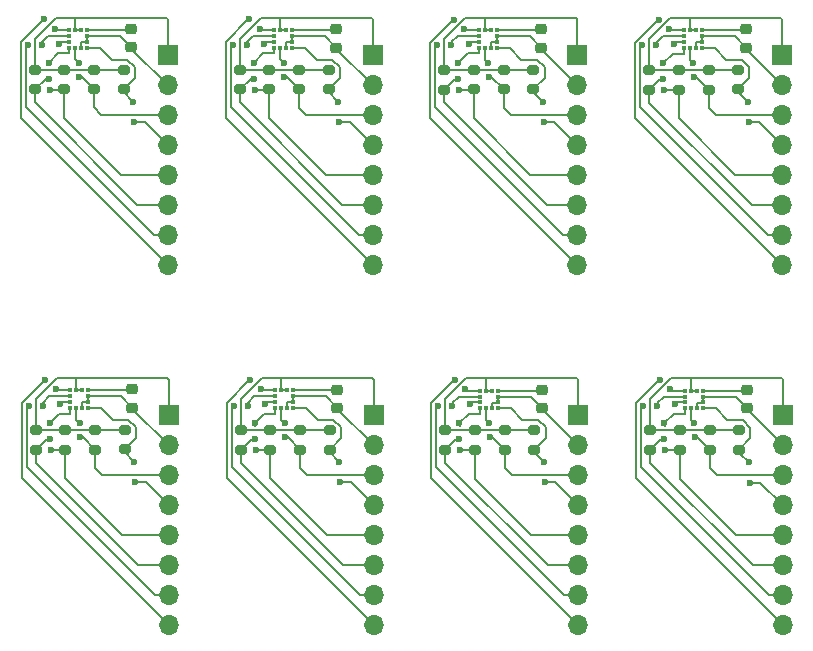
<source format=gbr>
%TF.GenerationSoftware,KiCad,Pcbnew,8.0.5*%
%TF.CreationDate,2024-10-22T20:22:57-07:00*%
%TF.ProjectId,door3_panel,646f6f72-335f-4706-916e-656c2e6b6963,rev?*%
%TF.SameCoordinates,Original*%
%TF.FileFunction,Copper,L1,Top*%
%TF.FilePolarity,Positive*%
%FSLAX46Y46*%
G04 Gerber Fmt 4.6, Leading zero omitted, Abs format (unit mm)*
G04 Created by KiCad (PCBNEW 8.0.5) date 2024-10-22 20:22:57*
%MOMM*%
%LPD*%
G01*
G04 APERTURE LIST*
G04 Aperture macros list*
%AMRoundRect*
0 Rectangle with rounded corners*
0 $1 Rounding radius*
0 $2 $3 $4 $5 $6 $7 $8 $9 X,Y pos of 4 corners*
0 Add a 4 corners polygon primitive as box body*
4,1,4,$2,$3,$4,$5,$6,$7,$8,$9,$2,$3,0*
0 Add four circle primitives for the rounded corners*
1,1,$1+$1,$2,$3*
1,1,$1+$1,$4,$5*
1,1,$1+$1,$6,$7*
1,1,$1+$1,$8,$9*
0 Add four rect primitives between the rounded corners*
20,1,$1+$1,$2,$3,$4,$5,0*
20,1,$1+$1,$4,$5,$6,$7,0*
20,1,$1+$1,$6,$7,$8,$9,0*
20,1,$1+$1,$8,$9,$2,$3,0*%
G04 Aperture macros list end*
%TA.AperFunction,SMDPad,CuDef*%
%ADD10RoundRect,0.200000X-0.275000X0.200000X-0.275000X-0.200000X0.275000X-0.200000X0.275000X0.200000X0*%
%TD*%
%TA.AperFunction,SMDPad,CuDef*%
%ADD11RoundRect,0.225000X-0.250000X0.225000X-0.250000X-0.225000X0.250000X-0.225000X0.250000X0.225000X0*%
%TD*%
%TA.AperFunction,SMDPad,CuDef*%
%ADD12R,0.376682X0.351536*%
%TD*%
%TA.AperFunction,SMDPad,CuDef*%
%ADD13R,0.351536X0.376682*%
%TD*%
%TA.AperFunction,ComponentPad*%
%ADD14R,1.700000X1.700000*%
%TD*%
%TA.AperFunction,ComponentPad*%
%ADD15O,1.700000X1.700000*%
%TD*%
%TA.AperFunction,ViaPad*%
%ADD16C,0.600000*%
%TD*%
%TA.AperFunction,Conductor*%
%ADD17C,0.200000*%
%TD*%
G04 APERTURE END LIST*
D10*
%TO.P,R4,1*%
%TO.N,VDD*%
X14574264Y-52914264D03*
%TO.P,R4,2*%
%TO.N,CS*%
X14574264Y-54564264D03*
%TD*%
D11*
%TO.P,C1,1*%
%TO.N,Net-(U1-C1)*%
X22764264Y-49464265D03*
%TO.P,C1,2*%
%TO.N,GND*%
X22764264Y-51014265D03*
%TD*%
D10*
%TO.P,R3,1*%
%TO.N,VDD*%
X17064264Y-52904265D03*
%TO.P,R3,2*%
%TO.N,SDO*%
X17064264Y-54554265D03*
%TD*%
D12*
%TO.P,U1,1,SCL/SPC*%
%TO.N,SCL*%
X19014264Y-51044265D03*
%TO.P,U1,2,RES*%
%TO.N,GND*%
X19014264Y-50544264D03*
%TO.P,U1,3,GND*%
X19014264Y-50044264D03*
%TO.P,U1,4,C1*%
%TO.N,Net-(U1-C1)*%
X19014264Y-49544263D03*
D13*
%TO.P,U1,5,VDD*%
%TO.N,VDD*%
X18514263Y-49544263D03*
%TO.P,U1,6,VDD_IO*%
X18014263Y-49544263D03*
D12*
%TO.P,U1,7,INT*%
%TO.N,INT*%
X17514262Y-49544263D03*
%TO.P,U1,8,DRDY*%
%TO.N,DRDY*%
X17514262Y-50044264D03*
%TO.P,U1,9,SDO/SA1*%
%TO.N,SDO*%
X17514262Y-50544264D03*
%TO.P,U1,10,CS*%
%TO.N,CS*%
X17514262Y-51044265D03*
D13*
%TO.P,U1,11,SDA/SDI/SDO*%
%TO.N,SDA*%
X18014263Y-51044265D03*
%TO.P,U1,12,RES*%
%TO.N,GND*%
X18514263Y-51044265D03*
%TD*%
D10*
%TO.P,R1,1*%
%TO.N,VDD*%
X19594264Y-52904265D03*
%TO.P,R1,2*%
%TO.N,SDA*%
X19594264Y-54554265D03*
%TD*%
%TO.P,R3,1*%
%TO.N,VDD*%
X69094264Y-52924265D03*
%TO.P,R3,2*%
%TO.N,SDO*%
X69094264Y-54574265D03*
%TD*%
%TO.P,R1,1*%
%TO.N,VDD*%
X54270000Y-52920000D03*
%TO.P,R1,2*%
%TO.N,SDA*%
X54270000Y-54570000D03*
%TD*%
%TO.P,R3,1*%
%TO.N,VDD*%
X51740000Y-52920000D03*
%TO.P,R3,2*%
%TO.N,SDO*%
X51740000Y-54570000D03*
%TD*%
D11*
%TO.P,C1,1*%
%TO.N,Net-(U1-C1)*%
X74794264Y-49484265D03*
%TO.P,C1,2*%
%TO.N,GND*%
X74794264Y-51034265D03*
%TD*%
%TO.P,C1,1*%
%TO.N,Net-(U1-C1)*%
X57440000Y-49480000D03*
%TO.P,C1,2*%
%TO.N,GND*%
X57440000Y-51030000D03*
%TD*%
D10*
%TO.P,R4,1*%
%TO.N,VDD*%
X49250000Y-52929999D03*
%TO.P,R4,2*%
%TO.N,CS*%
X49250000Y-54579999D03*
%TD*%
D12*
%TO.P,U1,1,SCL/SPC*%
%TO.N,SCL*%
X53690000Y-51060000D03*
%TO.P,U1,2,RES*%
%TO.N,GND*%
X53690000Y-50559999D03*
%TO.P,U1,3,GND*%
X53690000Y-50059999D03*
%TO.P,U1,4,C1*%
%TO.N,Net-(U1-C1)*%
X53690000Y-49559998D03*
D13*
%TO.P,U1,5,VDD*%
%TO.N,VDD*%
X53189999Y-49559998D03*
%TO.P,U1,6,VDD_IO*%
X52689999Y-49559998D03*
D12*
%TO.P,U1,7,INT*%
%TO.N,INT*%
X52189998Y-49559998D03*
%TO.P,U1,8,DRDY*%
%TO.N,DRDY*%
X52189998Y-50059999D03*
%TO.P,U1,9,SDO/SA1*%
%TO.N,SDO*%
X52189998Y-50559999D03*
%TO.P,U1,10,CS*%
%TO.N,CS*%
X52189998Y-51060000D03*
D13*
%TO.P,U1,11,SDA/SDI/SDO*%
%TO.N,SDA*%
X52689999Y-51060000D03*
%TO.P,U1,12,RES*%
%TO.N,GND*%
X53189999Y-51060000D03*
%TD*%
D10*
%TO.P,R2,1*%
%TO.N,VDD*%
X56780000Y-52910000D03*
%TO.P,R2,2*%
%TO.N,SCL*%
X56780000Y-54560000D03*
%TD*%
D12*
%TO.P,U1,1,SCL/SPC*%
%TO.N,SCL*%
X71044264Y-51064265D03*
%TO.P,U1,2,RES*%
%TO.N,GND*%
X71044264Y-50564264D03*
%TO.P,U1,3,GND*%
X71044264Y-50064264D03*
%TO.P,U1,4,C1*%
%TO.N,Net-(U1-C1)*%
X71044264Y-49564263D03*
D13*
%TO.P,U1,5,VDD*%
%TO.N,VDD*%
X70544263Y-49564263D03*
%TO.P,U1,6,VDD_IO*%
X70044263Y-49564263D03*
D12*
%TO.P,U1,7,INT*%
%TO.N,INT*%
X69544262Y-49564263D03*
%TO.P,U1,8,DRDY*%
%TO.N,DRDY*%
X69544262Y-50064264D03*
%TO.P,U1,9,SDO/SA1*%
%TO.N,SDO*%
X69544262Y-50564264D03*
%TO.P,U1,10,CS*%
%TO.N,CS*%
X69544262Y-51064265D03*
D13*
%TO.P,U1,11,SDA/SDI/SDO*%
%TO.N,SDA*%
X70044263Y-51064265D03*
%TO.P,U1,12,RES*%
%TO.N,GND*%
X70544263Y-51064265D03*
%TD*%
D14*
%TO.P,J1,1,Pin_1*%
%TO.N,VDD*%
X60520000Y-51660000D03*
D15*
%TO.P,J1,2,Pin_2*%
%TO.N,GND*%
X60520000Y-54200000D03*
%TO.P,J1,3,Pin_3*%
%TO.N,SDA*%
X60520000Y-56740000D03*
%TO.P,J1,4,Pin_4*%
%TO.N,SCL*%
X60520000Y-59280000D03*
%TO.P,J1,5,Pin_5*%
%TO.N,SDO*%
X60520000Y-61820000D03*
%TO.P,J1,6,Pin_6*%
%TO.N,CS*%
X60520000Y-64360000D03*
%TO.P,J1,7,Pin_7*%
%TO.N,DRDY*%
X60520000Y-66900000D03*
%TO.P,J1,8,Pin_8*%
%TO.N,INT*%
X60520000Y-69440000D03*
%TD*%
D11*
%TO.P,C1,1*%
%TO.N,Net-(U1-C1)*%
X40118528Y-49468530D03*
%TO.P,C1,2*%
%TO.N,GND*%
X40118528Y-51018530D03*
%TD*%
D10*
%TO.P,R3,1*%
%TO.N,VDD*%
X34418528Y-52908530D03*
%TO.P,R3,2*%
%TO.N,SDO*%
X34418528Y-54558530D03*
%TD*%
%TO.P,R2,1*%
%TO.N,VDD*%
X39458528Y-52898530D03*
%TO.P,R2,2*%
%TO.N,SCL*%
X39458528Y-54548530D03*
%TD*%
D14*
%TO.P,J1,1,Pin_1*%
%TO.N,VDD*%
X43198528Y-51648530D03*
D15*
%TO.P,J1,2,Pin_2*%
%TO.N,GND*%
X43198528Y-54188530D03*
%TO.P,J1,3,Pin_3*%
%TO.N,SDA*%
X43198528Y-56728530D03*
%TO.P,J1,4,Pin_4*%
%TO.N,SCL*%
X43198528Y-59268530D03*
%TO.P,J1,5,Pin_5*%
%TO.N,SDO*%
X43198528Y-61808530D03*
%TO.P,J1,6,Pin_6*%
%TO.N,CS*%
X43198528Y-64348530D03*
%TO.P,J1,7,Pin_7*%
%TO.N,DRDY*%
X43198528Y-66888530D03*
%TO.P,J1,8,Pin_8*%
%TO.N,INT*%
X43198528Y-69428530D03*
%TD*%
D10*
%TO.P,R1,1*%
%TO.N,VDD*%
X36948528Y-52908530D03*
%TO.P,R1,2*%
%TO.N,SDA*%
X36948528Y-54558530D03*
%TD*%
%TO.P,R4,1*%
%TO.N,VDD*%
X31928528Y-52918529D03*
%TO.P,R4,2*%
%TO.N,CS*%
X31928528Y-54568529D03*
%TD*%
D12*
%TO.P,U1,1,SCL/SPC*%
%TO.N,SCL*%
X36368528Y-51048530D03*
%TO.P,U1,2,RES*%
%TO.N,GND*%
X36368528Y-50548529D03*
%TO.P,U1,3,GND*%
X36368528Y-50048529D03*
%TO.P,U1,4,C1*%
%TO.N,Net-(U1-C1)*%
X36368528Y-49548528D03*
D13*
%TO.P,U1,5,VDD*%
%TO.N,VDD*%
X35868527Y-49548528D03*
%TO.P,U1,6,VDD_IO*%
X35368527Y-49548528D03*
D12*
%TO.P,U1,7,INT*%
%TO.N,INT*%
X34868526Y-49548528D03*
%TO.P,U1,8,DRDY*%
%TO.N,DRDY*%
X34868526Y-50048529D03*
%TO.P,U1,9,SDO/SA1*%
%TO.N,SDO*%
X34868526Y-50548529D03*
%TO.P,U1,10,CS*%
%TO.N,CS*%
X34868526Y-51048530D03*
D13*
%TO.P,U1,11,SDA/SDI/SDO*%
%TO.N,SDA*%
X35368527Y-51048530D03*
%TO.P,U1,12,RES*%
%TO.N,GND*%
X35868527Y-51048530D03*
%TD*%
D10*
%TO.P,R4,1*%
%TO.N,VDD*%
X66604264Y-52934264D03*
%TO.P,R4,2*%
%TO.N,CS*%
X66604264Y-54584264D03*
%TD*%
%TO.P,R1,1*%
%TO.N,VDD*%
X71624264Y-52924265D03*
%TO.P,R1,2*%
%TO.N,SDA*%
X71624264Y-54574265D03*
%TD*%
D14*
%TO.P,J1,1,Pin_1*%
%TO.N,VDD*%
X77874264Y-51664265D03*
D15*
%TO.P,J1,2,Pin_2*%
%TO.N,GND*%
X77874264Y-54204265D03*
%TO.P,J1,3,Pin_3*%
%TO.N,SDA*%
X77874264Y-56744265D03*
%TO.P,J1,4,Pin_4*%
%TO.N,SCL*%
X77874264Y-59284265D03*
%TO.P,J1,5,Pin_5*%
%TO.N,SDO*%
X77874264Y-61824265D03*
%TO.P,J1,6,Pin_6*%
%TO.N,CS*%
X77874264Y-64364265D03*
%TO.P,J1,7,Pin_7*%
%TO.N,DRDY*%
X77874264Y-66904265D03*
%TO.P,J1,8,Pin_8*%
%TO.N,INT*%
X77874264Y-69444265D03*
%TD*%
D10*
%TO.P,R2,1*%
%TO.N,VDD*%
X74134264Y-52914265D03*
%TO.P,R2,2*%
%TO.N,SCL*%
X74134264Y-54564265D03*
%TD*%
%TO.P,R2,1*%
%TO.N,VDD*%
X22104264Y-52894265D03*
%TO.P,R2,2*%
%TO.N,SCL*%
X22104264Y-54544265D03*
%TD*%
D14*
%TO.P,J1,1,Pin_1*%
%TO.N,VDD*%
X25844264Y-51644265D03*
D15*
%TO.P,J1,2,Pin_2*%
%TO.N,GND*%
X25844264Y-54184265D03*
%TO.P,J1,3,Pin_3*%
%TO.N,SDA*%
X25844264Y-56724265D03*
%TO.P,J1,4,Pin_4*%
%TO.N,SCL*%
X25844264Y-59264265D03*
%TO.P,J1,5,Pin_5*%
%TO.N,SDO*%
X25844264Y-61804265D03*
%TO.P,J1,6,Pin_6*%
%TO.N,CS*%
X25844264Y-64344265D03*
%TO.P,J1,7,Pin_7*%
%TO.N,DRDY*%
X25844264Y-66884265D03*
%TO.P,J1,8,Pin_8*%
%TO.N,INT*%
X25844264Y-69424265D03*
%TD*%
D10*
%TO.P,R4,2*%
%TO.N,CS*%
X49165736Y-24075734D03*
%TO.P,R4,1*%
%TO.N,VDD*%
X49165736Y-22425734D03*
%TD*%
D11*
%TO.P,C1,2*%
%TO.N,GND*%
X57355736Y-20525735D03*
%TO.P,C1,1*%
%TO.N,Net-(U1-C1)*%
X57355736Y-18975735D03*
%TD*%
D10*
%TO.P,R3,2*%
%TO.N,SDO*%
X51655736Y-24065735D03*
%TO.P,R3,1*%
%TO.N,VDD*%
X51655736Y-22415735D03*
%TD*%
D13*
%TO.P,U1,12,RES*%
%TO.N,GND*%
X53105735Y-20555735D03*
%TO.P,U1,11,SDA/SDI/SDO*%
%TO.N,SDA*%
X52605735Y-20555735D03*
D12*
%TO.P,U1,10,CS*%
%TO.N,CS*%
X52105734Y-20555735D03*
%TO.P,U1,9,SDO/SA1*%
%TO.N,SDO*%
X52105734Y-20055734D03*
%TO.P,U1,8,DRDY*%
%TO.N,DRDY*%
X52105734Y-19555734D03*
%TO.P,U1,7,INT*%
%TO.N,INT*%
X52105734Y-19055733D03*
D13*
%TO.P,U1,6,VDD_IO*%
%TO.N,VDD*%
X52605735Y-19055733D03*
%TO.P,U1,5,VDD*%
X53105735Y-19055733D03*
D12*
%TO.P,U1,4,C1*%
%TO.N,Net-(U1-C1)*%
X53605736Y-19055733D03*
%TO.P,U1,3,GND*%
%TO.N,GND*%
X53605736Y-19555734D03*
%TO.P,U1,2,RES*%
X53605736Y-20055734D03*
%TO.P,U1,1,SCL/SPC*%
%TO.N,SCL*%
X53605736Y-20555735D03*
%TD*%
D10*
%TO.P,R1,2*%
%TO.N,SDA*%
X54185736Y-24065735D03*
%TO.P,R1,1*%
%TO.N,VDD*%
X54185736Y-22415735D03*
%TD*%
D11*
%TO.P,C1,2*%
%TO.N,GND*%
X74710000Y-20530000D03*
%TO.P,C1,1*%
%TO.N,Net-(U1-C1)*%
X74710000Y-18980000D03*
%TD*%
D10*
%TO.P,R3,2*%
%TO.N,SDO*%
X69010000Y-24070000D03*
%TO.P,R3,1*%
%TO.N,VDD*%
X69010000Y-22420000D03*
%TD*%
%TO.P,R2,2*%
%TO.N,SCL*%
X74050000Y-24060000D03*
%TO.P,R2,1*%
%TO.N,VDD*%
X74050000Y-22410000D03*
%TD*%
D15*
%TO.P,J1,8,Pin_8*%
%TO.N,INT*%
X77790000Y-38940000D03*
%TO.P,J1,7,Pin_7*%
%TO.N,DRDY*%
X77790000Y-36400000D03*
%TO.P,J1,6,Pin_6*%
%TO.N,CS*%
X77790000Y-33860000D03*
%TO.P,J1,5,Pin_5*%
%TO.N,SDO*%
X77790000Y-31320000D03*
%TO.P,J1,4,Pin_4*%
%TO.N,SCL*%
X77790000Y-28780000D03*
%TO.P,J1,3,Pin_3*%
%TO.N,SDA*%
X77790000Y-26240000D03*
%TO.P,J1,2,Pin_2*%
%TO.N,GND*%
X77790000Y-23700000D03*
D14*
%TO.P,J1,1,Pin_1*%
%TO.N,VDD*%
X77790000Y-21160000D03*
%TD*%
D10*
%TO.P,R1,2*%
%TO.N,SDA*%
X71540000Y-24070000D03*
%TO.P,R1,1*%
%TO.N,VDD*%
X71540000Y-22420000D03*
%TD*%
%TO.P,R4,2*%
%TO.N,CS*%
X66520000Y-24079999D03*
%TO.P,R4,1*%
%TO.N,VDD*%
X66520000Y-22429999D03*
%TD*%
D13*
%TO.P,U1,12,RES*%
%TO.N,GND*%
X70459999Y-20560000D03*
%TO.P,U1,11,SDA/SDI/SDO*%
%TO.N,SDA*%
X69959999Y-20560000D03*
D12*
%TO.P,U1,10,CS*%
%TO.N,CS*%
X69459998Y-20560000D03*
%TO.P,U1,9,SDO/SA1*%
%TO.N,SDO*%
X69459998Y-20059999D03*
%TO.P,U1,8,DRDY*%
%TO.N,DRDY*%
X69459998Y-19559999D03*
%TO.P,U1,7,INT*%
%TO.N,INT*%
X69459998Y-19059998D03*
D13*
%TO.P,U1,6,VDD_IO*%
%TO.N,VDD*%
X69959999Y-19059998D03*
%TO.P,U1,5,VDD*%
X70459999Y-19059998D03*
D12*
%TO.P,U1,4,C1*%
%TO.N,Net-(U1-C1)*%
X70960000Y-19059998D03*
%TO.P,U1,3,GND*%
%TO.N,GND*%
X70960000Y-19559999D03*
%TO.P,U1,2,RES*%
X70960000Y-20059999D03*
%TO.P,U1,1,SCL/SPC*%
%TO.N,SCL*%
X70960000Y-20560000D03*
%TD*%
D10*
%TO.P,R2,2*%
%TO.N,SCL*%
X56695736Y-24055735D03*
%TO.P,R2,1*%
%TO.N,VDD*%
X56695736Y-22405735D03*
%TD*%
D15*
%TO.P,J1,8,Pin_8*%
%TO.N,INT*%
X60435736Y-38935735D03*
%TO.P,J1,7,Pin_7*%
%TO.N,DRDY*%
X60435736Y-36395735D03*
%TO.P,J1,6,Pin_6*%
%TO.N,CS*%
X60435736Y-33855735D03*
%TO.P,J1,5,Pin_5*%
%TO.N,SDO*%
X60435736Y-31315735D03*
%TO.P,J1,4,Pin_4*%
%TO.N,SCL*%
X60435736Y-28775735D03*
%TO.P,J1,3,Pin_3*%
%TO.N,SDA*%
X60435736Y-26235735D03*
%TO.P,J1,2,Pin_2*%
%TO.N,GND*%
X60435736Y-23695735D03*
D14*
%TO.P,J1,1,Pin_1*%
%TO.N,VDD*%
X60435736Y-21155735D03*
%TD*%
D10*
%TO.P,R4,2*%
%TO.N,CS*%
X31844264Y-24064264D03*
%TO.P,R4,1*%
%TO.N,VDD*%
X31844264Y-22414264D03*
%TD*%
D11*
%TO.P,C1,2*%
%TO.N,GND*%
X40034264Y-20514265D03*
%TO.P,C1,1*%
%TO.N,Net-(U1-C1)*%
X40034264Y-18964265D03*
%TD*%
D10*
%TO.P,R3,2*%
%TO.N,SDO*%
X34334264Y-24054265D03*
%TO.P,R3,1*%
%TO.N,VDD*%
X34334264Y-22404265D03*
%TD*%
D13*
%TO.P,U1,12,RES*%
%TO.N,GND*%
X35784263Y-20544265D03*
%TO.P,U1,11,SDA/SDI/SDO*%
%TO.N,SDA*%
X35284263Y-20544265D03*
D12*
%TO.P,U1,10,CS*%
%TO.N,CS*%
X34784262Y-20544265D03*
%TO.P,U1,9,SDO/SA1*%
%TO.N,SDO*%
X34784262Y-20044264D03*
%TO.P,U1,8,DRDY*%
%TO.N,DRDY*%
X34784262Y-19544264D03*
%TO.P,U1,7,INT*%
%TO.N,INT*%
X34784262Y-19044263D03*
D13*
%TO.P,U1,6,VDD_IO*%
%TO.N,VDD*%
X35284263Y-19044263D03*
%TO.P,U1,5,VDD*%
X35784263Y-19044263D03*
D12*
%TO.P,U1,4,C1*%
%TO.N,Net-(U1-C1)*%
X36284264Y-19044263D03*
%TO.P,U1,3,GND*%
%TO.N,GND*%
X36284264Y-19544264D03*
%TO.P,U1,2,RES*%
X36284264Y-20044264D03*
%TO.P,U1,1,SCL/SPC*%
%TO.N,SCL*%
X36284264Y-20544265D03*
%TD*%
D10*
%TO.P,R1,2*%
%TO.N,SDA*%
X36864264Y-24054265D03*
%TO.P,R1,1*%
%TO.N,VDD*%
X36864264Y-22404265D03*
%TD*%
%TO.P,R2,2*%
%TO.N,SCL*%
X39374264Y-24044265D03*
%TO.P,R2,1*%
%TO.N,VDD*%
X39374264Y-22394265D03*
%TD*%
D15*
%TO.P,J1,8,Pin_8*%
%TO.N,INT*%
X43114264Y-38924265D03*
%TO.P,J1,7,Pin_7*%
%TO.N,DRDY*%
X43114264Y-36384265D03*
%TO.P,J1,6,Pin_6*%
%TO.N,CS*%
X43114264Y-33844265D03*
%TO.P,J1,5,Pin_5*%
%TO.N,SDO*%
X43114264Y-31304265D03*
%TO.P,J1,4,Pin_4*%
%TO.N,SCL*%
X43114264Y-28764265D03*
%TO.P,J1,3,Pin_3*%
%TO.N,SDA*%
X43114264Y-26224265D03*
%TO.P,J1,2,Pin_2*%
%TO.N,GND*%
X43114264Y-23684265D03*
D14*
%TO.P,J1,1,Pin_1*%
%TO.N,VDD*%
X43114264Y-21144265D03*
%TD*%
D10*
%TO.P,R3,2*%
%TO.N,SDO*%
X16980000Y-24050000D03*
%TO.P,R3,1*%
%TO.N,VDD*%
X16980000Y-22400000D03*
%TD*%
D11*
%TO.P,C1,2*%
%TO.N,GND*%
X22680000Y-20510000D03*
%TO.P,C1,1*%
%TO.N,Net-(U1-C1)*%
X22680000Y-18960000D03*
%TD*%
D10*
%TO.P,R4,2*%
%TO.N,CS*%
X14490000Y-24059999D03*
%TO.P,R4,1*%
%TO.N,VDD*%
X14490000Y-22409999D03*
%TD*%
D13*
%TO.P,U1,12,RES*%
%TO.N,GND*%
X18429999Y-20540000D03*
%TO.P,U1,11,SDA/SDI/SDO*%
%TO.N,SDA*%
X17929999Y-20540000D03*
D12*
%TO.P,U1,10,CS*%
%TO.N,CS*%
X17429998Y-20540000D03*
%TO.P,U1,9,SDO/SA1*%
%TO.N,SDO*%
X17429998Y-20039999D03*
%TO.P,U1,8,DRDY*%
%TO.N,DRDY*%
X17429998Y-19539999D03*
%TO.P,U1,7,INT*%
%TO.N,INT*%
X17429998Y-19039998D03*
D13*
%TO.P,U1,6,VDD_IO*%
%TO.N,VDD*%
X17929999Y-19039998D03*
%TO.P,U1,5,VDD*%
X18429999Y-19039998D03*
D12*
%TO.P,U1,4,C1*%
%TO.N,Net-(U1-C1)*%
X18930000Y-19039998D03*
%TO.P,U1,3,GND*%
%TO.N,GND*%
X18930000Y-19539999D03*
%TO.P,U1,2,RES*%
X18930000Y-20039999D03*
%TO.P,U1,1,SCL/SPC*%
%TO.N,SCL*%
X18930000Y-20540000D03*
%TD*%
D10*
%TO.P,R1,2*%
%TO.N,SDA*%
X19510000Y-24050000D03*
%TO.P,R1,1*%
%TO.N,VDD*%
X19510000Y-22400000D03*
%TD*%
%TO.P,R2,2*%
%TO.N,SCL*%
X22020000Y-24040000D03*
%TO.P,R2,1*%
%TO.N,VDD*%
X22020000Y-22390000D03*
%TD*%
D15*
%TO.P,J1,8,Pin_8*%
%TO.N,INT*%
X25760000Y-38920000D03*
%TO.P,J1,7,Pin_7*%
%TO.N,DRDY*%
X25760000Y-36380000D03*
%TO.P,J1,6,Pin_6*%
%TO.N,CS*%
X25760000Y-33840000D03*
%TO.P,J1,5,Pin_5*%
%TO.N,SDO*%
X25760000Y-31300000D03*
%TO.P,J1,4,Pin_4*%
%TO.N,SCL*%
X25760000Y-28760000D03*
%TO.P,J1,3,Pin_3*%
%TO.N,SDA*%
X25760000Y-26220000D03*
%TO.P,J1,2,Pin_2*%
%TO.N,GND*%
X25760000Y-23680000D03*
D14*
%TO.P,J1,1,Pin_1*%
%TO.N,VDD*%
X25760000Y-21140000D03*
%TD*%
D16*
%TO.N,INT*%
X32714263Y-48634265D03*
%TO.N,SDO*%
X33998528Y-50698530D03*
X33188528Y-54578530D03*
%TO.N,SCL*%
X40338528Y-57328530D03*
%TO.N,DRDY*%
X32528528Y-50828530D03*
%TO.N,CS*%
X33118528Y-52318529D03*
%TO.N,SCL*%
X40268528Y-55598530D03*
%TO.N,CS*%
X33128528Y-53648530D03*
%TO.N,SDA*%
X35678528Y-53508530D03*
X35648528Y-52308530D03*
%TO.N,DRDY*%
X31328528Y-50828530D03*
%TO.N,INT*%
X33618528Y-49448529D03*
X67389999Y-48650000D03*
%TO.N,SDO*%
X68674264Y-50714265D03*
X67864264Y-54594265D03*
%TO.N,CS*%
X67794264Y-52334264D03*
X67804264Y-53664265D03*
%TO.N,SCL*%
X74944264Y-55614265D03*
%TO.N,DRDY*%
X67204264Y-50844265D03*
%TO.N,SCL*%
X75014264Y-57344265D03*
%TO.N,INT*%
X68294264Y-49464264D03*
%TO.N,SDO*%
X50510000Y-54590000D03*
%TO.N,CS*%
X50450000Y-53660000D03*
%TO.N,DRDY*%
X15174264Y-50824265D03*
%TO.N,SDA*%
X52970000Y-52320000D03*
%TO.N,SDO*%
X51320000Y-50710000D03*
X15834264Y-54574265D03*
%TO.N,INT*%
X50940000Y-49459999D03*
%TO.N,SDA*%
X18324264Y-53504265D03*
X18294264Y-52304265D03*
X70354264Y-53524265D03*
X70324264Y-52324265D03*
%TO.N,DRDY*%
X66004264Y-50844265D03*
%TO.N,SCL*%
X57590000Y-55610000D03*
%TO.N,CS*%
X15764264Y-52314264D03*
%TO.N,DRDY*%
X49850000Y-50840000D03*
%TO.N,CS*%
X15774264Y-53644265D03*
%TO.N,SCL*%
X22914264Y-55594265D03*
%TO.N,SDO*%
X16644264Y-50694265D03*
%TO.N,CS*%
X50440000Y-52329999D03*
%TO.N,SDA*%
X53000000Y-53520000D03*
%TO.N,INT*%
X50035735Y-48645735D03*
X15359999Y-48630000D03*
%TO.N,DRDY*%
X13974264Y-50824265D03*
X48650000Y-50840000D03*
%TO.N,INT*%
X16264264Y-49444264D03*
%TO.N,SCL*%
X22984264Y-57324265D03*
X57660000Y-57340000D03*
%TO.N,INT*%
X67305735Y-18145735D03*
%TO.N,SDO*%
X68590000Y-20210000D03*
X67780000Y-24090000D03*
%TO.N,SCL*%
X74930000Y-26840000D03*
%TO.N,DRDY*%
X67120000Y-20340000D03*
%TO.N,CS*%
X67710000Y-21829999D03*
%TO.N,SCL*%
X74860000Y-25110000D03*
%TO.N,CS*%
X67720000Y-23160000D03*
%TO.N,SDA*%
X70270000Y-23020000D03*
X70240000Y-21820000D03*
%TO.N,DRDY*%
X65920000Y-20340000D03*
%TO.N,INT*%
X68210000Y-18959999D03*
%TO.N,DRDY*%
X49765736Y-20335735D03*
%TO.N,SDO*%
X50425736Y-24085735D03*
%TO.N,SDA*%
X52915736Y-23015735D03*
X52885736Y-21815735D03*
%TO.N,CS*%
X50355736Y-21825734D03*
X50365736Y-23155735D03*
%TO.N,SCL*%
X57505736Y-25105735D03*
%TO.N,SDO*%
X51235736Y-20205735D03*
%TO.N,INT*%
X49951471Y-18141470D03*
%TO.N,DRDY*%
X48565736Y-20335735D03*
%TO.N,INT*%
X50855736Y-18955734D03*
%TO.N,SCL*%
X57575736Y-26835735D03*
%TO.N,DRDY*%
X32444264Y-20324265D03*
%TO.N,SDO*%
X33104264Y-24074265D03*
%TO.N,SDA*%
X35594264Y-23004265D03*
X35564264Y-21804265D03*
%TO.N,CS*%
X33034264Y-21814264D03*
X33044264Y-23144265D03*
%TO.N,SCL*%
X40184264Y-25094265D03*
%TO.N,SDO*%
X33914264Y-20194265D03*
%TO.N,INT*%
X32629999Y-18130000D03*
%TO.N,DRDY*%
X31244264Y-20324265D03*
%TO.N,INT*%
X33534264Y-18944264D03*
%TO.N,SCL*%
X40254264Y-26824265D03*
%TO.N,INT*%
X15275735Y-18125735D03*
X16180000Y-18939999D03*
%TO.N,SDO*%
X15750000Y-24070000D03*
X16560000Y-20190000D03*
%TO.N,CS*%
X15690000Y-23140000D03*
X15680000Y-21809999D03*
%TO.N,SCL*%
X22830000Y-25090000D03*
X22900000Y-26820000D03*
%TO.N,SDA*%
X18240000Y-23000000D03*
X18210000Y-21800000D03*
%TO.N,DRDY*%
X15090000Y-20320000D03*
X13890000Y-20320000D03*
%TD*%
D17*
%TO.N,GND*%
X18514263Y-51044265D02*
X18514263Y-50554264D01*
X18514263Y-50554264D02*
X19004264Y-50554264D01*
X22764264Y-51014265D02*
X22764264Y-51104265D01*
X19014264Y-50044264D02*
X21794263Y-50044264D01*
X21794263Y-50044264D02*
X22764264Y-51014265D01*
X56469999Y-50059999D02*
X57440000Y-51030000D01*
X70544263Y-50574264D02*
X71034264Y-50574264D01*
%TO.N,VDD*%
X70074264Y-48514265D02*
X70044263Y-48544266D01*
%TO.N,SCL*%
X75934264Y-57344265D02*
X77874264Y-59284265D01*
%TO.N,GND*%
X53690000Y-50059999D02*
X56469999Y-50059999D01*
%TO.N,SDA*%
X71624264Y-56114265D02*
X72254264Y-56744265D01*
%TO.N,SCL*%
X74134264Y-54804265D02*
X74944264Y-55614265D01*
X74459755Y-52052108D02*
X75091912Y-52684265D01*
%TO.N,GND*%
X53189999Y-50569999D02*
X53680000Y-50569999D01*
%TO.N,CS*%
X67834264Y-52374264D02*
X67794264Y-52334264D01*
X68604263Y-51524265D02*
X67794264Y-52334264D01*
%TO.N,GND*%
X74794264Y-51034265D02*
X74794264Y-51124265D01*
%TO.N,DRDY*%
X67204264Y-50594265D02*
X67204264Y-50844265D01*
%TO.N,SDO*%
X67864264Y-54594265D02*
X69074264Y-54594265D01*
%TO.N,GND*%
X71044264Y-50564264D02*
X71044264Y-50064264D01*
%TO.N,SCL*%
X75091912Y-52684265D02*
X75091912Y-53606617D01*
X73122107Y-52052108D02*
X74459755Y-52052108D01*
%TO.N,DRDY*%
X65829264Y-56061346D02*
X76672183Y-66904265D01*
%TO.N,VDD*%
X70044263Y-48544266D02*
X70044263Y-49564263D01*
%TO.N,SCL*%
X75014264Y-57344265D02*
X75934264Y-57344265D01*
%TO.N,GND*%
X73824263Y-50064264D02*
X74794264Y-51034265D01*
X53189999Y-51060000D02*
X53189999Y-50569999D01*
X57440000Y-51030000D02*
X57440000Y-51120000D01*
%TO.N,VDD*%
X66604264Y-52934264D02*
X69084265Y-52934264D01*
X69084265Y-52934264D02*
X69094264Y-52924265D01*
%TO.N,CS*%
X67804264Y-53664265D02*
X67524263Y-53664265D01*
%TO.N,SDA*%
X70044263Y-51064265D02*
X70044263Y-52044264D01*
%TO.N,GND*%
X71044264Y-50064264D02*
X73824263Y-50064264D01*
%TO.N,CS*%
X69544264Y-51064265D02*
X69544264Y-51524265D01*
%TO.N,VDD*%
X70044263Y-49564263D02*
X70544263Y-49564263D01*
%TO.N,SDA*%
X70354264Y-53524265D02*
X70574264Y-53524265D01*
%TO.N,VDD*%
X71624264Y-52924265D02*
X74124264Y-52924265D01*
%TO.N,CS*%
X75294264Y-64364265D02*
X77874264Y-64364265D01*
%TO.N,GND*%
X70544263Y-51064265D02*
X70544263Y-50574264D01*
%TO.N,SCL*%
X75091912Y-53606617D02*
X74134264Y-54564265D01*
%TO.N,Net-(U1-C1)*%
X74714266Y-49564263D02*
X74794264Y-49484265D01*
%TO.N,DRDY*%
X69544262Y-50064264D02*
X67734265Y-50064264D01*
%TO.N,CS*%
X66604264Y-54584264D02*
X66604264Y-55674265D01*
%TO.N,DRDY*%
X67734265Y-50064264D02*
X67204264Y-50594265D01*
%TO.N,SCL*%
X71044264Y-51064265D02*
X72134264Y-51064265D01*
%TO.N,SDA*%
X70574264Y-53524265D02*
X71624264Y-54574265D01*
%TO.N,VDD*%
X66604264Y-50284265D02*
X66604264Y-52934264D01*
%TO.N,SCL*%
X74134264Y-54564265D02*
X74134264Y-54804265D01*
%TO.N,VDD*%
X69094264Y-52924265D02*
X71624264Y-52924265D01*
%TO.N,INT*%
X67389999Y-48650000D02*
X67350000Y-48650000D01*
X65404264Y-50595736D02*
X65404264Y-56974265D01*
%TO.N,SDA*%
X52689999Y-52039999D02*
X52970000Y-52320000D01*
X72254264Y-56744265D02*
X77874264Y-56744265D01*
%TO.N,SDO*%
X68824265Y-50564264D02*
X68674264Y-50714265D01*
%TO.N,GND*%
X71034264Y-50574264D02*
X71044264Y-50564264D01*
%TO.N,SDA*%
X54270000Y-54570000D02*
X54270000Y-56110000D01*
%TO.N,INT*%
X69544262Y-49564263D02*
X69544262Y-49584263D01*
%TO.N,CS*%
X67834264Y-52534264D02*
X67834264Y-52374264D01*
%TO.N,SDA*%
X71624264Y-54574265D02*
X71624264Y-56114265D01*
%TO.N,Net-(U1-C1)*%
X71044264Y-49564263D02*
X74714266Y-49564263D01*
%TO.N,SDO*%
X73904264Y-61824265D02*
X77874264Y-61824265D01*
%TO.N,INT*%
X65404264Y-56974265D02*
X77874264Y-69444265D01*
%TO.N,DRDY*%
X65829264Y-51019265D02*
X65829264Y-56061346D01*
%TO.N,VDD*%
X77744264Y-48514265D02*
X77874264Y-48644265D01*
%TO.N,CS*%
X69544264Y-51524265D02*
X68604263Y-51524265D01*
X67524263Y-53664265D02*
X66604264Y-54584264D01*
%TO.N,VDD*%
X52720000Y-48510000D02*
X51020000Y-48510000D01*
%TO.N,SCL*%
X72134264Y-51064265D02*
X73122107Y-52052108D01*
%TO.N,VDD*%
X51740000Y-52920000D02*
X54270000Y-52920000D01*
X70074264Y-48514265D02*
X68374264Y-48514265D01*
%TO.N,DRDY*%
X76672183Y-66904265D02*
X77874264Y-66904265D01*
X48475000Y-56057081D02*
X59317919Y-66900000D01*
%TO.N,VDD*%
X68374264Y-48514265D02*
X66604264Y-50284265D01*
%TO.N,CS*%
X66604264Y-55674265D02*
X75294264Y-64364265D01*
%TO.N,SDA*%
X54900000Y-56740000D02*
X60520000Y-56740000D01*
%TO.N,GND*%
X74794264Y-51124265D02*
X77874264Y-54204265D01*
%TO.N,INT*%
X69544262Y-49564263D02*
X68394263Y-49564263D01*
%TO.N,SDO*%
X69094264Y-54574265D02*
X69094264Y-57014265D01*
%TO.N,VDD*%
X77874264Y-48644265D02*
X77874264Y-51664265D01*
%TO.N,CS*%
X69544262Y-51064265D02*
X69544264Y-51064265D01*
%TO.N,DRDY*%
X48650000Y-50840000D02*
X48475000Y-51015000D01*
%TO.N,INT*%
X67350000Y-48650000D02*
X65404264Y-50595736D01*
%TO.N,SDO*%
X69094264Y-57014265D02*
X73904264Y-61824265D01*
%TO.N,VDD*%
X74124264Y-52924265D02*
X74134264Y-52914265D01*
%TO.N,DRDY*%
X59317919Y-66900000D02*
X60520000Y-66900000D01*
%TO.N,SCL*%
X57737648Y-53602352D02*
X56780000Y-54560000D01*
%TO.N,VDD*%
X70074264Y-48514265D02*
X77744264Y-48514265D01*
%TO.N,SDO*%
X69074264Y-54594265D02*
X69094264Y-54574265D01*
%TO.N,DRDY*%
X66004264Y-50844265D02*
X65829264Y-51019265D01*
%TO.N,SDA*%
X70044263Y-52044264D02*
X70324264Y-52324265D01*
%TO.N,INT*%
X68394263Y-49564263D02*
X68294264Y-49464264D01*
%TO.N,SDO*%
X69544262Y-50564264D02*
X68824265Y-50564264D01*
%TO.N,SDA*%
X53220000Y-53520000D02*
X54270000Y-54570000D01*
X36948528Y-56098530D02*
X37578528Y-56728530D01*
%TO.N,VDD*%
X35368527Y-49548528D02*
X35868527Y-49548528D01*
%TO.N,CS*%
X40618528Y-64348530D02*
X43198528Y-64348530D01*
X33158528Y-52358529D02*
X33118528Y-52318529D01*
%TO.N,SCL*%
X40416176Y-52668530D02*
X40416176Y-53590882D01*
%TO.N,VDD*%
X31928528Y-52918529D02*
X34408529Y-52918529D01*
%TO.N,CS*%
X34868528Y-51048530D02*
X34868528Y-51508530D01*
%TO.N,SCL*%
X40338528Y-57328530D02*
X41258528Y-57328530D01*
%TO.N,GND*%
X40118528Y-51018530D02*
X40118528Y-51108530D01*
%TO.N,SDO*%
X33188528Y-54578530D02*
X34398528Y-54578530D01*
%TO.N,VDD*%
X34408529Y-52918529D02*
X34418528Y-52908530D01*
%TO.N,GND*%
X35868527Y-51048530D02*
X35868527Y-50558529D01*
%TO.N,VDD*%
X35398528Y-48498530D02*
X35368527Y-48528531D01*
%TO.N,SCL*%
X39458528Y-54788530D02*
X40268528Y-55598530D01*
%TO.N,VDD*%
X35368527Y-48528531D02*
X35368527Y-49548528D01*
%TO.N,GND*%
X36368528Y-50548529D02*
X36368528Y-50048529D01*
%TO.N,DRDY*%
X31153528Y-56045611D02*
X41996447Y-66888530D01*
%TO.N,SDA*%
X35678528Y-53508530D02*
X35898528Y-53508530D01*
%TO.N,CS*%
X33928527Y-51508530D02*
X33118528Y-52318529D01*
%TO.N,SCL*%
X39784019Y-52036373D02*
X40416176Y-52668530D01*
%TO.N,VDD*%
X36948528Y-52908530D02*
X39448528Y-52908530D01*
%TO.N,CS*%
X33128528Y-53648530D02*
X32848527Y-53648530D01*
%TO.N,DRDY*%
X32528528Y-50578530D02*
X32528528Y-50828530D01*
%TO.N,SCL*%
X41258528Y-57328530D02*
X43198528Y-59268530D01*
%TO.N,GND*%
X35868527Y-50558529D02*
X36358528Y-50558529D01*
X36368528Y-50048529D02*
X39148527Y-50048529D01*
%TO.N,SDA*%
X35368527Y-51048530D02*
X35368527Y-52028529D01*
%TO.N,SCL*%
X38446371Y-52036373D02*
X39784019Y-52036373D01*
%TO.N,GND*%
X39148527Y-50048529D02*
X40118528Y-51018530D01*
%TO.N,SCL*%
X40416176Y-53590882D02*
X39458528Y-54548530D01*
%TO.N,Net-(U1-C1)*%
X40038530Y-49548528D02*
X40118528Y-49468530D01*
%TO.N,DRDY*%
X34868526Y-50048529D02*
X33058529Y-50048529D01*
%TO.N,SDA*%
X35898528Y-53508530D02*
X36948528Y-54558530D01*
%TO.N,VDD*%
X31928528Y-50268530D02*
X31928528Y-52918529D01*
%TO.N,SCL*%
X39458528Y-54548530D02*
X39458528Y-54788530D01*
%TO.N,INT*%
X32714263Y-48634265D02*
X32674264Y-48634265D01*
%TO.N,SCL*%
X37458528Y-51048530D02*
X38446371Y-52036373D01*
%TO.N,VDD*%
X35398528Y-48498530D02*
X33698528Y-48498530D01*
%TO.N,SDA*%
X36948528Y-54558530D02*
X36948528Y-56098530D01*
%TO.N,DRDY*%
X41996447Y-66888530D02*
X43198528Y-66888530D01*
%TO.N,VDD*%
X33698528Y-48498530D02*
X31928528Y-50268530D01*
X43198528Y-48628530D02*
X43198528Y-51648530D01*
%TO.N,DRDY*%
X31153528Y-51003530D02*
X31153528Y-56045611D01*
%TO.N,SCL*%
X36368528Y-51048530D02*
X37458528Y-51048530D01*
%TO.N,GND*%
X40118528Y-51108530D02*
X43198528Y-54188530D01*
%TO.N,DRDY*%
X33058529Y-50048529D02*
X32528528Y-50578530D01*
%TO.N,VDD*%
X39448528Y-52908530D02*
X39458528Y-52898530D01*
%TO.N,SDA*%
X37578528Y-56728530D02*
X43198528Y-56728530D01*
%TO.N,DRDY*%
X31328528Y-50828530D02*
X31153528Y-51003530D01*
%TO.N,SDA*%
X35368527Y-52028529D02*
X35648528Y-52308530D01*
%TO.N,VDD*%
X34418528Y-52908530D02*
X36948528Y-52908530D01*
X43068528Y-48498530D02*
X43198528Y-48628530D01*
X35398528Y-48498530D02*
X43068528Y-48498530D01*
%TO.N,Net-(U1-C1)*%
X36368528Y-49548528D02*
X40038530Y-49548528D01*
%TO.N,SDO*%
X34398528Y-54578530D02*
X34418528Y-54558530D01*
%TO.N,CS*%
X34868528Y-51508530D02*
X33928527Y-51508530D01*
X31928528Y-55658530D02*
X40618528Y-64348530D01*
X34868526Y-51048530D02*
X34868528Y-51048530D01*
%TO.N,INT*%
X33718527Y-49548528D02*
X33618528Y-49448529D01*
%TO.N,CS*%
X32848527Y-53648530D02*
X31928528Y-54568529D01*
%TO.N,INT*%
X34868526Y-49548528D02*
X33718527Y-49548528D01*
X30728528Y-50580001D02*
X30728528Y-56958530D01*
%TO.N,CS*%
X31928528Y-54568529D02*
X31928528Y-55658530D01*
%TO.N,SDO*%
X34418528Y-56998530D02*
X39228528Y-61808530D01*
X34418528Y-54558530D02*
X34418528Y-56998530D01*
X39228528Y-61808530D02*
X43198528Y-61808530D01*
%TO.N,CS*%
X33158528Y-52518529D02*
X33158528Y-52358529D01*
%TO.N,SDO*%
X34148529Y-50548529D02*
X33998528Y-50698530D01*
%TO.N,INT*%
X34868526Y-49548528D02*
X34868526Y-49568528D01*
%TO.N,SDO*%
X34868526Y-50548529D02*
X34148529Y-50548529D01*
%TO.N,GND*%
X36358528Y-50558529D02*
X36368528Y-50548529D01*
%TO.N,INT*%
X32674264Y-48634265D02*
X30728528Y-50580001D01*
X30728528Y-56958530D02*
X43198528Y-69428530D01*
%TO.N,VDD*%
X52720000Y-48510000D02*
X52689999Y-48540001D01*
%TO.N,SDA*%
X52689999Y-51060000D02*
X52689999Y-52039999D01*
%TO.N,SCL*%
X56780000Y-54560000D02*
X56780000Y-54800000D01*
%TO.N,VDD*%
X60520000Y-48640000D02*
X60520000Y-51660000D01*
X60390000Y-48510000D02*
X60520000Y-48640000D01*
X52720000Y-48510000D02*
X60390000Y-48510000D01*
%TO.N,CS*%
X49250000Y-54579999D02*
X49250000Y-55670000D01*
%TO.N,SCL*%
X56780000Y-54800000D02*
X57590000Y-55610000D01*
%TO.N,VDD*%
X54270000Y-52920000D02*
X56770000Y-52920000D01*
%TO.N,CS*%
X57940000Y-64360000D02*
X60520000Y-64360000D01*
X52189998Y-51060000D02*
X52190000Y-51060000D01*
%TO.N,DRDY*%
X50380001Y-50059999D02*
X49850000Y-50590000D01*
%TO.N,VDD*%
X51730001Y-52929999D02*
X51740000Y-52920000D01*
%TO.N,SCL*%
X58580000Y-57340000D02*
X60520000Y-59280000D01*
%TO.N,VDD*%
X49250000Y-52929999D02*
X51730001Y-52929999D01*
X51020000Y-48510000D02*
X49250000Y-50280000D01*
%TO.N,CS*%
X50480000Y-52369999D02*
X50440000Y-52329999D01*
%TO.N,Net-(U1-C1)*%
X57360002Y-49559998D02*
X57440000Y-49480000D01*
%TO.N,CS*%
X50450000Y-53660000D02*
X50169999Y-53660000D01*
%TO.N,SDO*%
X50510000Y-54590000D02*
X51720000Y-54590000D01*
%TO.N,Net-(U1-C1)*%
X53690000Y-49559998D02*
X57360002Y-49559998D01*
%TO.N,SDA*%
X53000000Y-53520000D02*
X53220000Y-53520000D01*
%TO.N,CS*%
X50480000Y-52529999D02*
X50480000Y-52369999D01*
X52190000Y-51060000D02*
X52190000Y-51520000D01*
X51249999Y-51520000D02*
X50440000Y-52329999D01*
%TO.N,SCL*%
X57660000Y-57340000D02*
X58580000Y-57340000D01*
%TO.N,SDA*%
X54270000Y-56110000D02*
X54900000Y-56740000D01*
%TO.N,VDD*%
X52689999Y-49559998D02*
X53189999Y-49559998D01*
%TO.N,DRDY*%
X48475000Y-51015000D02*
X48475000Y-56057081D01*
%TO.N,GND*%
X53690000Y-50559999D02*
X53690000Y-50059999D01*
%TO.N,SCL*%
X54780000Y-51060000D02*
X55767843Y-52047843D01*
%TO.N,DRDY*%
X49850000Y-50590000D02*
X49850000Y-50840000D01*
%TO.N,SCL*%
X53690000Y-51060000D02*
X54780000Y-51060000D01*
%TO.N,INT*%
X50035735Y-48645735D02*
X49995736Y-48645735D01*
%TO.N,CS*%
X52190000Y-51520000D02*
X51249999Y-51520000D01*
%TO.N,GND*%
X57440000Y-51120000D02*
X60520000Y-54200000D01*
%TO.N,SDO*%
X51720000Y-54590000D02*
X51740000Y-54570000D01*
%TO.N,SCL*%
X55767843Y-52047843D02*
X57105491Y-52047843D01*
%TO.N,VDD*%
X56770000Y-52920000D02*
X56780000Y-52910000D01*
%TO.N,DRDY*%
X52189998Y-50059999D02*
X50380001Y-50059999D01*
%TO.N,VDD*%
X52689999Y-48540001D02*
X52689999Y-49559998D01*
%TO.N,SCL*%
X57105491Y-52047843D02*
X57737648Y-52680000D01*
X57737648Y-52680000D02*
X57737648Y-53602352D01*
%TO.N,VDD*%
X49250000Y-50280000D02*
X49250000Y-52929999D01*
%TO.N,SDO*%
X56550000Y-61820000D02*
X60520000Y-61820000D01*
X51740000Y-54570000D02*
X51740000Y-57010000D01*
%TO.N,CS*%
X50169999Y-53660000D02*
X49250000Y-54579999D01*
%TO.N,SDO*%
X51470001Y-50559999D02*
X51320000Y-50710000D01*
%TO.N,INT*%
X52189998Y-49559998D02*
X52189998Y-49579998D01*
%TO.N,SDO*%
X51740000Y-57010000D02*
X56550000Y-61820000D01*
X52189998Y-50559999D02*
X51470001Y-50559999D01*
%TO.N,INT*%
X48050000Y-56970000D02*
X60520000Y-69440000D01*
X49995736Y-48645735D02*
X48050000Y-50591471D01*
X48050000Y-50591471D02*
X48050000Y-56970000D01*
%TO.N,GND*%
X53680000Y-50569999D02*
X53690000Y-50559999D01*
%TO.N,INT*%
X52189998Y-49559998D02*
X51039999Y-49559998D01*
%TO.N,CS*%
X49250000Y-55670000D02*
X57940000Y-64360000D01*
%TO.N,INT*%
X51039999Y-49559998D02*
X50940000Y-49459999D01*
%TO.N,VDD*%
X18044264Y-48494265D02*
X16344264Y-48494265D01*
%TO.N,SDA*%
X20224264Y-56724265D02*
X25844264Y-56724265D01*
X19594264Y-54554265D02*
X19594264Y-56094265D01*
%TO.N,DRDY*%
X13974264Y-50824265D02*
X13799264Y-50999265D01*
%TO.N,SDA*%
X18014263Y-52024264D02*
X18294264Y-52304265D01*
%TO.N,SCL*%
X23061912Y-53586617D02*
X22104264Y-54544265D01*
%TO.N,SDA*%
X18544264Y-53504265D02*
X19594264Y-54554265D01*
%TO.N,VDD*%
X17064264Y-52904265D02*
X19594264Y-52904265D01*
%TO.N,DRDY*%
X24642183Y-66884265D02*
X25844264Y-66884265D01*
X13799264Y-56041346D02*
X24642183Y-66884265D01*
%TO.N,VDD*%
X18044264Y-48494265D02*
X18014263Y-48524266D01*
%TO.N,SDA*%
X18014263Y-51044265D02*
X18014263Y-52024264D01*
%TO.N,SCL*%
X22104264Y-54544265D02*
X22104264Y-54784265D01*
%TO.N,VDD*%
X25714264Y-48494265D02*
X25844264Y-48624265D01*
X25844264Y-48624265D02*
X25844264Y-51644265D01*
X18044264Y-48494265D02*
X25714264Y-48494265D01*
X22094264Y-52904265D02*
X22104264Y-52894265D01*
%TO.N,DRDY*%
X17514262Y-50044264D02*
X15704265Y-50044264D01*
%TO.N,SDA*%
X18324264Y-53504265D02*
X18544264Y-53504265D01*
X19594264Y-56094265D02*
X20224264Y-56724265D01*
%TO.N,VDD*%
X18014263Y-48524266D02*
X18014263Y-49544263D01*
X14574264Y-52914264D02*
X17054265Y-52914264D01*
%TO.N,DRDY*%
X13799264Y-50999265D02*
X13799264Y-56041346D01*
%TO.N,VDD*%
X18014263Y-49544263D02*
X18514263Y-49544263D01*
X16344264Y-48494265D02*
X14574264Y-50264265D01*
%TO.N,SCL*%
X23061912Y-52664265D02*
X23061912Y-53586617D01*
X20104264Y-51044265D02*
X21092107Y-52032108D01*
%TO.N,DRDY*%
X15704265Y-50044264D02*
X15174264Y-50574265D01*
%TO.N,VDD*%
X14574264Y-50264265D02*
X14574264Y-52914264D01*
X19594264Y-52904265D02*
X22094264Y-52904265D01*
%TO.N,SCL*%
X21092107Y-52032108D02*
X22429755Y-52032108D01*
%TO.N,DRDY*%
X15174264Y-50574265D02*
X15174264Y-50824265D01*
%TO.N,VDD*%
X17054265Y-52914264D02*
X17064264Y-52904265D01*
%TO.N,SCL*%
X19014264Y-51044265D02*
X20104264Y-51044265D01*
%TO.N,GND*%
X19014264Y-50544264D02*
X19014264Y-50044264D01*
%TO.N,CS*%
X15804264Y-52354264D02*
X15764264Y-52314264D01*
%TO.N,SCL*%
X22984264Y-57324265D02*
X23904264Y-57324265D01*
X23904264Y-57324265D02*
X25844264Y-59264265D01*
%TO.N,INT*%
X15359999Y-48630000D02*
X15320000Y-48630000D01*
%TO.N,Net-(U1-C1)*%
X22684266Y-49544263D02*
X22764264Y-49464265D01*
%TO.N,SDO*%
X15834264Y-54574265D02*
X17044264Y-54574265D01*
%TO.N,CS*%
X15774264Y-53644265D02*
X15494263Y-53644265D01*
X16574263Y-51504265D02*
X15764264Y-52314264D01*
%TO.N,GND*%
X22764264Y-51104265D02*
X25844264Y-54184265D01*
%TO.N,SCL*%
X22429755Y-52032108D02*
X23061912Y-52664265D01*
X22104264Y-54784265D02*
X22914264Y-55594265D01*
%TO.N,CS*%
X17514264Y-51044265D02*
X17514264Y-51504265D01*
X23264264Y-64344265D02*
X25844264Y-64344265D01*
%TO.N,Net-(U1-C1)*%
X19014264Y-49544263D02*
X22684266Y-49544263D01*
%TO.N,SDO*%
X17044264Y-54574265D02*
X17064264Y-54554265D01*
%TO.N,CS*%
X17514264Y-51504265D02*
X16574263Y-51504265D01*
X17514262Y-51044265D02*
X17514264Y-51044265D01*
X14574264Y-54564264D02*
X14574264Y-55654265D01*
X15804264Y-52514264D02*
X15804264Y-52354264D01*
X15494263Y-53644265D02*
X14574264Y-54564264D01*
%TO.N,SDO*%
X16794265Y-50544264D02*
X16644264Y-50694265D01*
X17064264Y-54554265D02*
X17064264Y-56994265D01*
%TO.N,INT*%
X17514262Y-49544263D02*
X17514262Y-49564263D01*
%TO.N,SDO*%
X17064264Y-56994265D02*
X21874264Y-61804265D01*
X17514262Y-50544264D02*
X16794265Y-50544264D01*
%TO.N,INT*%
X17514262Y-49544263D02*
X16364263Y-49544263D01*
X13374264Y-50575736D02*
X13374264Y-56954265D01*
%TO.N,GND*%
X19004264Y-50554264D02*
X19014264Y-50544264D01*
%TO.N,INT*%
X15320000Y-48630000D02*
X13374264Y-50575736D01*
%TO.N,SDO*%
X21874264Y-61804265D02*
X25844264Y-61804265D01*
%TO.N,CS*%
X14574264Y-55654265D02*
X23264264Y-64344265D01*
%TO.N,INT*%
X16364263Y-49544263D02*
X16264264Y-49444264D01*
X13374264Y-56954265D02*
X25844264Y-69424265D01*
%TO.N,GND*%
X53105735Y-20555735D02*
X53105735Y-20065734D01*
X53105735Y-20065734D02*
X53595736Y-20065734D01*
X57355736Y-20525735D02*
X57355736Y-20615735D01*
X53605736Y-19555734D02*
X56385735Y-19555734D01*
X56385735Y-19555734D02*
X57355736Y-20525735D01*
%TO.N,SDA*%
X71540000Y-25610000D02*
X72170000Y-26240000D01*
%TO.N,VDD*%
X69959999Y-19059998D02*
X70459999Y-19059998D01*
%TO.N,CS*%
X75210000Y-33860000D02*
X77790000Y-33860000D01*
X67750000Y-21869999D02*
X67710000Y-21829999D01*
%TO.N,SCL*%
X75007648Y-22180000D02*
X75007648Y-23102352D01*
%TO.N,VDD*%
X66520000Y-22429999D02*
X69000001Y-22429999D01*
%TO.N,CS*%
X69460000Y-20560000D02*
X69460000Y-21020000D01*
%TO.N,SCL*%
X74930000Y-26840000D02*
X75850000Y-26840000D01*
%TO.N,GND*%
X74710000Y-20530000D02*
X74710000Y-20620000D01*
%TO.N,SDO*%
X67780000Y-24090000D02*
X68990000Y-24090000D01*
%TO.N,VDD*%
X69000001Y-22429999D02*
X69010000Y-22420000D01*
%TO.N,GND*%
X70459999Y-20560000D02*
X70459999Y-20069999D01*
%TO.N,VDD*%
X69990000Y-18010000D02*
X69959999Y-18040001D01*
%TO.N,SCL*%
X74050000Y-24300000D02*
X74860000Y-25110000D01*
%TO.N,VDD*%
X69959999Y-18040001D02*
X69959999Y-19059998D01*
%TO.N,GND*%
X70960000Y-20059999D02*
X70960000Y-19559999D01*
%TO.N,DRDY*%
X65745000Y-25557081D02*
X76587919Y-36400000D01*
%TO.N,SDA*%
X70270000Y-23020000D02*
X70490000Y-23020000D01*
%TO.N,CS*%
X68519999Y-21020000D02*
X67710000Y-21829999D01*
%TO.N,SCL*%
X74375491Y-21547843D02*
X75007648Y-22180000D01*
%TO.N,VDD*%
X71540000Y-22420000D02*
X74040000Y-22420000D01*
%TO.N,CS*%
X67720000Y-23160000D02*
X67439999Y-23160000D01*
%TO.N,DRDY*%
X67120000Y-20090000D02*
X67120000Y-20340000D01*
%TO.N,SCL*%
X75850000Y-26840000D02*
X77790000Y-28780000D01*
%TO.N,GND*%
X70459999Y-20069999D02*
X70950000Y-20069999D01*
X70960000Y-19559999D02*
X73739999Y-19559999D01*
%TO.N,SDA*%
X69959999Y-20560000D02*
X69959999Y-21539999D01*
%TO.N,SCL*%
X73037843Y-21547843D02*
X74375491Y-21547843D01*
%TO.N,GND*%
X73739999Y-19559999D02*
X74710000Y-20530000D01*
%TO.N,SCL*%
X75007648Y-23102352D02*
X74050000Y-24060000D01*
%TO.N,Net-(U1-C1)*%
X74630002Y-19059998D02*
X74710000Y-18980000D01*
%TO.N,DRDY*%
X69459998Y-19559999D02*
X67650001Y-19559999D01*
%TO.N,SDA*%
X70490000Y-23020000D02*
X71540000Y-24070000D01*
%TO.N,VDD*%
X66520000Y-19780000D02*
X66520000Y-22429999D01*
%TO.N,SCL*%
X74050000Y-24060000D02*
X74050000Y-24300000D01*
%TO.N,INT*%
X67305735Y-18145735D02*
X67265736Y-18145735D01*
%TO.N,SCL*%
X72050000Y-20560000D02*
X73037843Y-21547843D01*
%TO.N,VDD*%
X69990000Y-18010000D02*
X68290000Y-18010000D01*
%TO.N,SDA*%
X71540000Y-24070000D02*
X71540000Y-25610000D01*
%TO.N,DRDY*%
X76587919Y-36400000D02*
X77790000Y-36400000D01*
%TO.N,VDD*%
X68290000Y-18010000D02*
X66520000Y-19780000D01*
X77790000Y-18140000D02*
X77790000Y-21160000D01*
%TO.N,DRDY*%
X65745000Y-20515000D02*
X65745000Y-25557081D01*
%TO.N,SCL*%
X70960000Y-20560000D02*
X72050000Y-20560000D01*
%TO.N,GND*%
X74710000Y-20620000D02*
X77790000Y-23700000D01*
%TO.N,DRDY*%
X67650001Y-19559999D02*
X67120000Y-20090000D01*
%TO.N,VDD*%
X74040000Y-22420000D02*
X74050000Y-22410000D01*
%TO.N,SDA*%
X72170000Y-26240000D02*
X77790000Y-26240000D01*
%TO.N,DRDY*%
X65920000Y-20340000D02*
X65745000Y-20515000D01*
%TO.N,SDA*%
X69959999Y-21539999D02*
X70240000Y-21820000D01*
%TO.N,VDD*%
X69010000Y-22420000D02*
X71540000Y-22420000D01*
X77660000Y-18010000D02*
X77790000Y-18140000D01*
X69990000Y-18010000D02*
X77660000Y-18010000D01*
%TO.N,Net-(U1-C1)*%
X70960000Y-19059998D02*
X74630002Y-19059998D01*
%TO.N,SDO*%
X68990000Y-24090000D02*
X69010000Y-24070000D01*
%TO.N,CS*%
X69460000Y-21020000D02*
X68519999Y-21020000D01*
X66520000Y-25170000D02*
X75210000Y-33860000D01*
X69459998Y-20560000D02*
X69460000Y-20560000D01*
%TO.N,INT*%
X68309999Y-19059998D02*
X68210000Y-18959999D01*
%TO.N,CS*%
X67439999Y-23160000D02*
X66520000Y-24079999D01*
%TO.N,INT*%
X69459998Y-19059998D02*
X68309999Y-19059998D01*
X65320000Y-20091471D02*
X65320000Y-26470000D01*
%TO.N,CS*%
X66520000Y-24079999D02*
X66520000Y-25170000D01*
%TO.N,SDO*%
X69010000Y-26510000D02*
X73820000Y-31320000D01*
X69010000Y-24070000D02*
X69010000Y-26510000D01*
X73820000Y-31320000D02*
X77790000Y-31320000D01*
%TO.N,CS*%
X67750000Y-22029999D02*
X67750000Y-21869999D01*
%TO.N,SDO*%
X68740001Y-20059999D02*
X68590000Y-20210000D01*
%TO.N,INT*%
X69459998Y-19059998D02*
X69459998Y-19079998D01*
%TO.N,SDO*%
X69459998Y-20059999D02*
X68740001Y-20059999D01*
%TO.N,GND*%
X70950000Y-20069999D02*
X70960000Y-20059999D01*
%TO.N,INT*%
X67265736Y-18145735D02*
X65320000Y-20091471D01*
X65320000Y-26470000D02*
X77790000Y-38940000D01*
%TO.N,VDD*%
X52635736Y-18005735D02*
X50935736Y-18005735D01*
%TO.N,SDA*%
X54815736Y-26235735D02*
X60435736Y-26235735D01*
X54185736Y-24065735D02*
X54185736Y-25605735D01*
%TO.N,DRDY*%
X48565736Y-20335735D02*
X48390736Y-20510735D01*
%TO.N,SDA*%
X52605735Y-21535734D02*
X52885736Y-21815735D01*
%TO.N,SCL*%
X57653384Y-23098087D02*
X56695736Y-24055735D01*
%TO.N,SDA*%
X53135736Y-23015735D02*
X54185736Y-24065735D01*
%TO.N,VDD*%
X51655736Y-22415735D02*
X54185736Y-22415735D01*
%TO.N,DRDY*%
X59233655Y-36395735D02*
X60435736Y-36395735D01*
X48390736Y-25552816D02*
X59233655Y-36395735D01*
%TO.N,VDD*%
X52635736Y-18005735D02*
X52605735Y-18035736D01*
%TO.N,SDA*%
X52605735Y-20555735D02*
X52605735Y-21535734D01*
%TO.N,SCL*%
X56695736Y-24055735D02*
X56695736Y-24295735D01*
%TO.N,VDD*%
X60305736Y-18005735D02*
X60435736Y-18135735D01*
X60435736Y-18135735D02*
X60435736Y-21155735D01*
X52635736Y-18005735D02*
X60305736Y-18005735D01*
X56685736Y-22415735D02*
X56695736Y-22405735D01*
%TO.N,DRDY*%
X52105734Y-19555734D02*
X50295737Y-19555734D01*
%TO.N,SDA*%
X52915736Y-23015735D02*
X53135736Y-23015735D01*
X54185736Y-25605735D02*
X54815736Y-26235735D01*
%TO.N,VDD*%
X52605735Y-18035736D02*
X52605735Y-19055733D01*
X49165736Y-22425734D02*
X51645737Y-22425734D01*
%TO.N,DRDY*%
X48390736Y-20510735D02*
X48390736Y-25552816D01*
%TO.N,VDD*%
X52605735Y-19055733D02*
X53105735Y-19055733D01*
X50935736Y-18005735D02*
X49165736Y-19775735D01*
%TO.N,SCL*%
X57653384Y-22175735D02*
X57653384Y-23098087D01*
X54695736Y-20555735D02*
X55683579Y-21543578D01*
%TO.N,DRDY*%
X50295737Y-19555734D02*
X49765736Y-20085735D01*
%TO.N,VDD*%
X49165736Y-19775735D02*
X49165736Y-22425734D01*
X54185736Y-22415735D02*
X56685736Y-22415735D01*
%TO.N,SCL*%
X55683579Y-21543578D02*
X57021227Y-21543578D01*
%TO.N,DRDY*%
X49765736Y-20085735D02*
X49765736Y-20335735D01*
%TO.N,VDD*%
X51645737Y-22425734D02*
X51655736Y-22415735D01*
%TO.N,SCL*%
X53605736Y-20555735D02*
X54695736Y-20555735D01*
%TO.N,GND*%
X53605736Y-20055734D02*
X53605736Y-19555734D01*
%TO.N,CS*%
X50395736Y-21865734D02*
X50355736Y-21825734D01*
%TO.N,SCL*%
X57575736Y-26835735D02*
X58495736Y-26835735D01*
X58495736Y-26835735D02*
X60435736Y-28775735D01*
%TO.N,INT*%
X49951471Y-18141470D02*
X49911472Y-18141470D01*
%TO.N,Net-(U1-C1)*%
X57275738Y-19055733D02*
X57355736Y-18975735D01*
%TO.N,SDO*%
X50425736Y-24085735D02*
X51635736Y-24085735D01*
%TO.N,CS*%
X50365736Y-23155735D02*
X50085735Y-23155735D01*
X51165735Y-21015735D02*
X50355736Y-21825734D01*
%TO.N,GND*%
X57355736Y-20615735D02*
X60435736Y-23695735D01*
%TO.N,SCL*%
X57021227Y-21543578D02*
X57653384Y-22175735D01*
X56695736Y-24295735D02*
X57505736Y-25105735D01*
%TO.N,CS*%
X52105736Y-20555735D02*
X52105736Y-21015735D01*
X57855736Y-33855735D02*
X60435736Y-33855735D01*
%TO.N,Net-(U1-C1)*%
X53605736Y-19055733D02*
X57275738Y-19055733D01*
%TO.N,SDO*%
X51635736Y-24085735D02*
X51655736Y-24065735D01*
%TO.N,CS*%
X52105736Y-21015735D02*
X51165735Y-21015735D01*
X52105734Y-20555735D02*
X52105736Y-20555735D01*
X49165736Y-24075734D02*
X49165736Y-25165735D01*
X50395736Y-22025734D02*
X50395736Y-21865734D01*
X50085735Y-23155735D02*
X49165736Y-24075734D01*
%TO.N,SDO*%
X51385737Y-20055734D02*
X51235736Y-20205735D01*
X51655736Y-24065735D02*
X51655736Y-26505735D01*
%TO.N,INT*%
X52105734Y-19055733D02*
X52105734Y-19075733D01*
%TO.N,SDO*%
X51655736Y-26505735D02*
X56465736Y-31315735D01*
X52105734Y-20055734D02*
X51385737Y-20055734D01*
%TO.N,INT*%
X52105734Y-19055733D02*
X50955735Y-19055733D01*
X47965736Y-20087206D02*
X47965736Y-26465735D01*
%TO.N,GND*%
X53595736Y-20065734D02*
X53605736Y-20055734D01*
%TO.N,INT*%
X49911472Y-18141470D02*
X47965736Y-20087206D01*
%TO.N,SDO*%
X56465736Y-31315735D02*
X60435736Y-31315735D01*
%TO.N,CS*%
X49165736Y-25165735D02*
X57855736Y-33855735D01*
%TO.N,INT*%
X50955735Y-19055733D02*
X50855736Y-18955734D01*
X47965736Y-26465735D02*
X60435736Y-38935735D01*
%TO.N,GND*%
X35784263Y-20544265D02*
X35784263Y-20054264D01*
X35784263Y-20054264D02*
X36274264Y-20054264D01*
X40034264Y-20514265D02*
X40034264Y-20604265D01*
X36284264Y-19544264D02*
X39064263Y-19544264D01*
X39064263Y-19544264D02*
X40034264Y-20514265D01*
%TO.N,VDD*%
X35314264Y-17994265D02*
X33614264Y-17994265D01*
%TO.N,SDA*%
X37494264Y-26224265D02*
X43114264Y-26224265D01*
X36864264Y-24054265D02*
X36864264Y-25594265D01*
%TO.N,DRDY*%
X31244264Y-20324265D02*
X31069264Y-20499265D01*
%TO.N,SDA*%
X35284263Y-21524264D02*
X35564264Y-21804265D01*
%TO.N,SCL*%
X40331912Y-23086617D02*
X39374264Y-24044265D01*
%TO.N,SDA*%
X35814264Y-23004265D02*
X36864264Y-24054265D01*
%TO.N,VDD*%
X34334264Y-22404265D02*
X36864264Y-22404265D01*
%TO.N,DRDY*%
X41912183Y-36384265D02*
X43114264Y-36384265D01*
X31069264Y-25541346D02*
X41912183Y-36384265D01*
%TO.N,VDD*%
X35314264Y-17994265D02*
X35284263Y-18024266D01*
%TO.N,SDA*%
X35284263Y-20544265D02*
X35284263Y-21524264D01*
%TO.N,SCL*%
X39374264Y-24044265D02*
X39374264Y-24284265D01*
%TO.N,VDD*%
X42984264Y-17994265D02*
X43114264Y-18124265D01*
X43114264Y-18124265D02*
X43114264Y-21144265D01*
X35314264Y-17994265D02*
X42984264Y-17994265D01*
X39364264Y-22404265D02*
X39374264Y-22394265D01*
%TO.N,DRDY*%
X34784262Y-19544264D02*
X32974265Y-19544264D01*
%TO.N,SDA*%
X35594264Y-23004265D02*
X35814264Y-23004265D01*
X36864264Y-25594265D02*
X37494264Y-26224265D01*
%TO.N,VDD*%
X35284263Y-18024266D02*
X35284263Y-19044263D01*
X31844264Y-22414264D02*
X34324265Y-22414264D01*
%TO.N,DRDY*%
X31069264Y-20499265D02*
X31069264Y-25541346D01*
%TO.N,VDD*%
X35284263Y-19044263D02*
X35784263Y-19044263D01*
X33614264Y-17994265D02*
X31844264Y-19764265D01*
%TO.N,SCL*%
X40331912Y-22164265D02*
X40331912Y-23086617D01*
X37374264Y-20544265D02*
X38362107Y-21532108D01*
%TO.N,DRDY*%
X32974265Y-19544264D02*
X32444264Y-20074265D01*
%TO.N,VDD*%
X31844264Y-19764265D02*
X31844264Y-22414264D01*
X36864264Y-22404265D02*
X39364264Y-22404265D01*
%TO.N,SCL*%
X38362107Y-21532108D02*
X39699755Y-21532108D01*
%TO.N,DRDY*%
X32444264Y-20074265D02*
X32444264Y-20324265D01*
%TO.N,VDD*%
X34324265Y-22414264D02*
X34334264Y-22404265D01*
%TO.N,SCL*%
X36284264Y-20544265D02*
X37374264Y-20544265D01*
%TO.N,GND*%
X36284264Y-20044264D02*
X36284264Y-19544264D01*
%TO.N,CS*%
X33074264Y-21854264D02*
X33034264Y-21814264D01*
%TO.N,SCL*%
X40254264Y-26824265D02*
X41174264Y-26824265D01*
X41174264Y-26824265D02*
X43114264Y-28764265D01*
%TO.N,INT*%
X32629999Y-18130000D02*
X32590000Y-18130000D01*
%TO.N,Net-(U1-C1)*%
X39954266Y-19044263D02*
X40034264Y-18964265D01*
%TO.N,SDO*%
X33104264Y-24074265D02*
X34314264Y-24074265D01*
%TO.N,CS*%
X33044264Y-23144265D02*
X32764263Y-23144265D01*
X33844263Y-21004265D02*
X33034264Y-21814264D01*
%TO.N,GND*%
X40034264Y-20604265D02*
X43114264Y-23684265D01*
%TO.N,SCL*%
X39699755Y-21532108D02*
X40331912Y-22164265D01*
X39374264Y-24284265D02*
X40184264Y-25094265D01*
%TO.N,CS*%
X34784264Y-20544265D02*
X34784264Y-21004265D01*
X40534264Y-33844265D02*
X43114264Y-33844265D01*
%TO.N,Net-(U1-C1)*%
X36284264Y-19044263D02*
X39954266Y-19044263D01*
%TO.N,SDO*%
X34314264Y-24074265D02*
X34334264Y-24054265D01*
%TO.N,CS*%
X34784264Y-21004265D02*
X33844263Y-21004265D01*
X34784262Y-20544265D02*
X34784264Y-20544265D01*
X31844264Y-24064264D02*
X31844264Y-25154265D01*
X33074264Y-22014264D02*
X33074264Y-21854264D01*
X32764263Y-23144265D02*
X31844264Y-24064264D01*
%TO.N,SDO*%
X34064265Y-20044264D02*
X33914264Y-20194265D01*
X34334264Y-24054265D02*
X34334264Y-26494265D01*
%TO.N,INT*%
X34784262Y-19044263D02*
X34784262Y-19064263D01*
%TO.N,SDO*%
X34334264Y-26494265D02*
X39144264Y-31304265D01*
X34784262Y-20044264D02*
X34064265Y-20044264D01*
%TO.N,INT*%
X34784262Y-19044263D02*
X33634263Y-19044263D01*
X30644264Y-20075736D02*
X30644264Y-26454265D01*
%TO.N,GND*%
X36274264Y-20054264D02*
X36284264Y-20044264D01*
%TO.N,INT*%
X32590000Y-18130000D02*
X30644264Y-20075736D01*
%TO.N,SDO*%
X39144264Y-31304265D02*
X43114264Y-31304265D01*
%TO.N,CS*%
X31844264Y-25154265D02*
X40534264Y-33844265D01*
%TO.N,INT*%
X33634263Y-19044263D02*
X33534264Y-18944264D01*
X30644264Y-26454265D02*
X43114264Y-38924265D01*
%TO.N,GND*%
X18429999Y-20049999D02*
X18920000Y-20049999D01*
X18930000Y-19539999D02*
X21709999Y-19539999D01*
X22680000Y-20510000D02*
X22680000Y-20600000D01*
X18429999Y-20540000D02*
X18429999Y-20049999D01*
X21709999Y-19539999D02*
X22680000Y-20510000D01*
X18930000Y-20039999D02*
X18930000Y-19539999D01*
X18920000Y-20049999D02*
X18930000Y-20039999D01*
X22680000Y-20600000D02*
X25760000Y-23680000D01*
%TO.N,Net-(U1-C1)*%
X22600002Y-19039998D02*
X22680000Y-18960000D01*
X18930000Y-19039998D02*
X22600002Y-19039998D01*
%TO.N,INT*%
X13290000Y-20071471D02*
X13290000Y-26450000D01*
X15235736Y-18125735D02*
X13290000Y-20071471D01*
X17429998Y-19039998D02*
X17429998Y-19059998D01*
X13290000Y-26450000D02*
X25760000Y-38920000D01*
X16279999Y-19039998D02*
X16180000Y-18939999D01*
X17429998Y-19039998D02*
X16279999Y-19039998D01*
X15275735Y-18125735D02*
X15235736Y-18125735D01*
%TO.N,SDO*%
X16980000Y-26490000D02*
X21790000Y-31300000D01*
X15750000Y-24070000D02*
X16960000Y-24070000D01*
X16710001Y-20039999D02*
X16560000Y-20190000D01*
X21790000Y-31300000D02*
X25760000Y-31300000D01*
X17429998Y-20039999D02*
X16710001Y-20039999D01*
X16960000Y-24070000D02*
X16980000Y-24050000D01*
X16980000Y-24050000D02*
X16980000Y-26490000D01*
%TO.N,CS*%
X15409999Y-23140000D02*
X14490000Y-24059999D01*
X15720000Y-21849999D02*
X15680000Y-21809999D01*
X14490000Y-24059999D02*
X14490000Y-25150000D01*
X23180000Y-33840000D02*
X25760000Y-33840000D01*
X17429998Y-20540000D02*
X17430000Y-20540000D01*
X14490000Y-25150000D02*
X23180000Y-33840000D01*
X15690000Y-23140000D02*
X15409999Y-23140000D01*
X17430000Y-21000000D02*
X16489999Y-21000000D01*
X17430000Y-20540000D02*
X17430000Y-21000000D01*
X16489999Y-21000000D02*
X15680000Y-21809999D01*
X15720000Y-22009999D02*
X15720000Y-21849999D01*
%TO.N,SCL*%
X22020000Y-24280000D02*
X22830000Y-25090000D01*
X23820000Y-26820000D02*
X25760000Y-28760000D01*
X22345491Y-21527843D02*
X22977648Y-22160000D01*
X22900000Y-26820000D02*
X23820000Y-26820000D01*
X18930000Y-20540000D02*
X20020000Y-20540000D01*
X22977648Y-22160000D02*
X22977648Y-23082352D01*
X22020000Y-24040000D02*
X22020000Y-24280000D01*
X21007843Y-21527843D02*
X22345491Y-21527843D01*
X20020000Y-20540000D02*
X21007843Y-21527843D01*
X22977648Y-23082352D02*
X22020000Y-24040000D01*
%TO.N,VDD*%
X17960000Y-17990000D02*
X25630000Y-17990000D01*
X17960000Y-17990000D02*
X16260000Y-17990000D01*
X22010000Y-22400000D02*
X22020000Y-22390000D01*
X16980000Y-22400000D02*
X19510000Y-22400000D01*
X14490000Y-19760000D02*
X14490000Y-22409999D01*
X16260000Y-17990000D02*
X14490000Y-19760000D01*
X17960000Y-17990000D02*
X17929999Y-18020001D01*
X25760000Y-18120000D02*
X25760000Y-21140000D01*
X19510000Y-22400000D02*
X22010000Y-22400000D01*
X17929999Y-19039998D02*
X18429999Y-19039998D01*
X14490000Y-22409999D02*
X16970001Y-22409999D01*
X16970001Y-22409999D02*
X16980000Y-22400000D01*
X25630000Y-17990000D02*
X25760000Y-18120000D01*
X17929999Y-18020001D02*
X17929999Y-19039998D01*
%TO.N,SDA*%
X17929999Y-21519999D02*
X18210000Y-21800000D01*
X18460000Y-23000000D02*
X19510000Y-24050000D01*
X19510000Y-24050000D02*
X19510000Y-25590000D01*
X19510000Y-25590000D02*
X20140000Y-26220000D01*
X17929999Y-20540000D02*
X17929999Y-21519999D01*
X20140000Y-26220000D02*
X25760000Y-26220000D01*
X18240000Y-23000000D02*
X18460000Y-23000000D01*
%TO.N,DRDY*%
X13890000Y-20320000D02*
X13715000Y-20495000D01*
X13715000Y-25537081D02*
X24557919Y-36380000D01*
X15090000Y-20070000D02*
X15090000Y-20320000D01*
X24557919Y-36380000D02*
X25760000Y-36380000D01*
X15620001Y-19539999D02*
X15090000Y-20070000D01*
X13715000Y-20495000D02*
X13715000Y-25537081D01*
X17429998Y-19539999D02*
X15620001Y-19539999D01*
%TD*%
M02*

</source>
